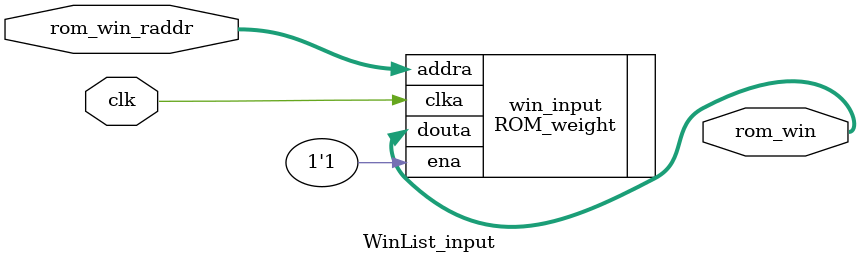
<source format=v>
module WinList_input #(

    parameter dwidth = 16,
    parameter PE_Num = 8

)(
    input wire clk,
    input wire [7:0] rom_win_raddr,
    output wire signed [PE_Num*dwidth-1:0] rom_win
);

    // instantiate rom_win
    ROM_weight win_input (
      .clka(clk),    
      .ena(1'b1),             // input wire ena
      .addra(rom_win_raddr),  // input wire [7 : 0] addra
      .douta(rom_win)         // output wire [127 : 0] douta
    );

endmodule
</source>
